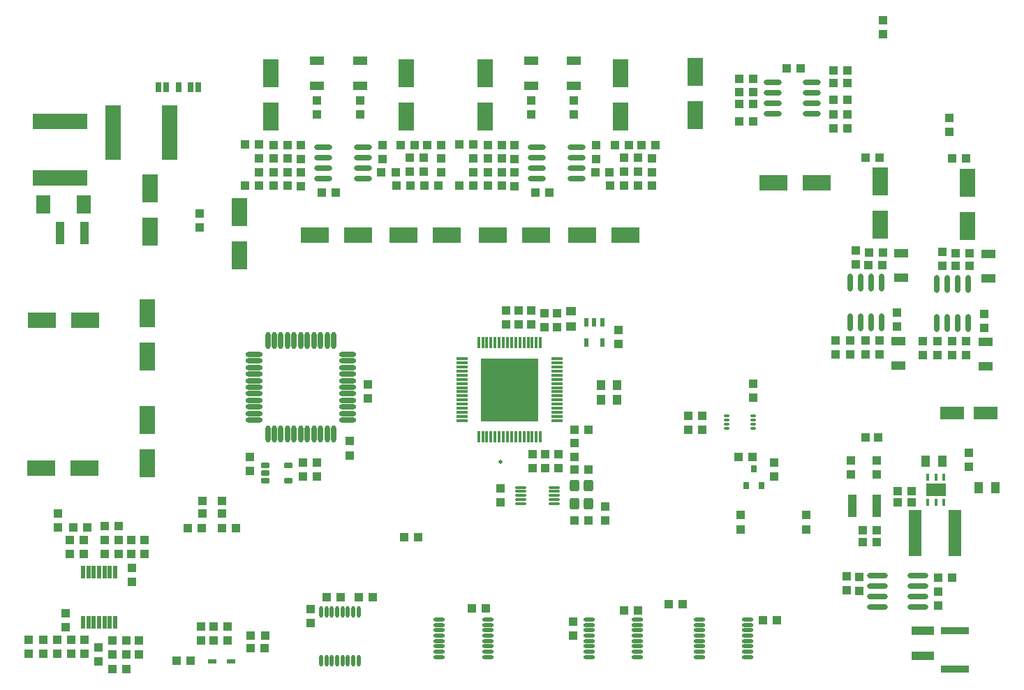
<source format=gtp>
G04*
G04 #@! TF.GenerationSoftware,Altium Limited,Altium Designer,19.0.15 (446)*
G04*
G04 Layer_Color=8421504*
%FSLAX44Y44*%
%MOMM*%
G71*
G01*
G75*
%ADD23R,1.0000X1.0500*%
%ADD24R,1.0500X1.0000*%
%ADD25R,1.2000X1.0000*%
%ADD26R,1.0000X1.2000*%
%ADD27R,1.0000X1.4000*%
%ADD28R,1.0000X1.1000*%
%ADD29R,1.1000X1.0000*%
%ADD30R,1.8000X2.3000*%
%ADD31R,1.8500X3.4000*%
%ADD32C,0.5000*%
%ADD33O,0.8000X0.3000*%
%ADD34R,0.8000X0.9000*%
%ADD35R,1.9500X6.6000*%
%ADD36R,0.7000X1.2000*%
%ADD37R,3.4000X1.8500*%
%ADD38O,2.2000X0.6000*%
%ADD39R,1.8000X1.1000*%
%ADD40O,0.6000X2.2000*%
%ADD41O,1.4000X0.3000*%
%ADD42R,3.0000X1.6000*%
%ADD43R,1.1000X2.8000*%
%ADD44R,2.4000X1.6500*%
%ADD45O,0.4000X0.9000*%
%ADD46O,0.4500X1.4000*%
%ADD47O,1.4000X0.4500*%
%ADD48O,2.5000X0.7000*%
%ADD49R,0.3000X1.4500*%
%ADD50R,1.4500X0.3000*%
%ADD51R,7.0000X7.6200*%
%ADD52R,1.5240X5.7000*%
G04:AMPARAMS|DCode=53|XSize=1.4mm|YSize=1.2mm|CornerRadius=0.3mm|HoleSize=0mm|Usage=FLASHONLY|Rotation=90.000|XOffset=0mm|YOffset=0mm|HoleType=Round|Shape=RoundedRectangle|*
%AMROUNDEDRECTD53*
21,1,1.4000,0.6000,0,0,90.0*
21,1,0.8000,1.2000,0,0,90.0*
1,1,0.6000,0.3000,0.4000*
1,1,0.6000,0.3000,-0.4000*
1,1,0.6000,-0.3000,-0.4000*
1,1,0.6000,-0.3000,0.4000*
%
%ADD53ROUNDEDRECTD53*%
%ADD54R,3.4300X0.8900*%
%ADD55R,1.0750X0.5000*%
%ADD56R,6.6000X1.9500*%
%ADD57R,0.6000X1.1000*%
G04:AMPARAMS|DCode=58|XSize=0.45mm|YSize=1.6mm|CornerRadius=0.0495mm|HoleSize=0mm|Usage=FLASHONLY|Rotation=180.000|XOffset=0mm|YOffset=0mm|HoleType=Round|Shape=RoundedRectangle|*
%AMROUNDEDRECTD58*
21,1,0.4500,1.5010,0,0,180.0*
21,1,0.3510,1.6000,0,0,180.0*
1,1,0.0990,-0.1755,0.7505*
1,1,0.0990,0.1755,0.7505*
1,1,0.0990,0.1755,-0.7505*
1,1,0.0990,-0.1755,-0.7505*
%
%ADD58ROUNDEDRECTD58*%
%ADD59O,2.0500X0.6000*%
%ADD60O,0.6000X2.0500*%
G04:AMPARAMS|DCode=61|XSize=0.6mm|YSize=1mm|CornerRadius=0.051mm|HoleSize=0mm|Usage=FLASHONLY|Rotation=90.000|XOffset=0mm|YOffset=0mm|HoleType=Round|Shape=RoundedRectangle|*
%AMROUNDEDRECTD61*
21,1,0.6000,0.8980,0,0,90.0*
21,1,0.4980,1.0000,0,0,90.0*
1,1,0.1020,0.4490,0.2490*
1,1,0.1020,0.4490,-0.2490*
1,1,0.1020,-0.4490,-0.2490*
1,1,0.1020,-0.4490,0.2490*
%
%ADD61ROUNDEDRECTD61*%
%ADD62R,2.8000X1.1000*%
D23*
X224250Y-630499D02*
D03*
Y-645499D02*
D03*
X247750Y-630499D02*
D03*
Y-645499D02*
D03*
D24*
X1043893Y-553683D02*
D03*
X1028893D02*
D03*
D25*
X671392Y-418998D02*
D03*
Y-399998D02*
D03*
D26*
X708049Y-507901D02*
D03*
X727049D02*
D03*
Y-490138D02*
D03*
X708049D02*
D03*
D27*
X1102000Y-582433D02*
D03*
X1122000D02*
D03*
X1166250Y-614183D02*
D03*
X1186250D02*
D03*
D28*
X1049269Y-343955D02*
D03*
X1032269D02*
D03*
X1137835Y-345225D02*
D03*
X1154835D02*
D03*
X1045459Y-435395D02*
D03*
X1028459D02*
D03*
X1134025Y-436665D02*
D03*
X1151025D02*
D03*
X115000Y-799684D02*
D03*
X132000D02*
D03*
X692750Y-654433D02*
D03*
X675750D02*
D03*
Y-592433D02*
D03*
X692750D02*
D03*
X735655Y-763032D02*
D03*
X752655D02*
D03*
X568570Y-760943D02*
D03*
X551570D02*
D03*
X105750Y-660534D02*
D03*
X122750D02*
D03*
X1042750Y-665683D02*
D03*
X1025750D02*
D03*
X1117111Y-723159D02*
D03*
X1134111D02*
D03*
X904630Y-775096D02*
D03*
X921630D02*
D03*
X441605Y-232057D02*
D03*
X458605D02*
D03*
X718135Y-232057D02*
D03*
X701135D02*
D03*
X645662Y-255893D02*
D03*
X628662D02*
D03*
X209750Y-824545D02*
D03*
X192750D02*
D03*
X282750Y-809182D02*
D03*
X299750D02*
D03*
X386133Y-255893D02*
D03*
X369132D02*
D03*
X675501Y-543951D02*
D03*
X692501D02*
D03*
X892407Y-118327D02*
D03*
X875407D02*
D03*
X989634Y-108110D02*
D03*
X1006634D02*
D03*
X1032660Y-328715D02*
D03*
X1049660D02*
D03*
X1155225Y-329985D02*
D03*
X1138225D02*
D03*
X1028459Y-213653D02*
D03*
X1045460D02*
D03*
X1151025Y-214923D02*
D03*
X1134025D02*
D03*
X1028459Y-452412D02*
D03*
X1045459D02*
D03*
X1151025Y-453682D02*
D03*
X1134025D02*
D03*
X84574Y-662741D02*
D03*
X67574D02*
D03*
X115000Y-816683D02*
D03*
X132000D02*
D03*
X115000Y-834433D02*
D03*
X132000D02*
D03*
X807330Y-755863D02*
D03*
X790330D02*
D03*
X431410Y-746974D02*
D03*
X414410D02*
D03*
X469020Y-674583D02*
D03*
X486020D02*
D03*
X375040Y-747500D02*
D03*
X392040D02*
D03*
X283250Y-793964D02*
D03*
X300250D02*
D03*
X1085000Y-632183D02*
D03*
X1068000D02*
D03*
X1025425Y-680683D02*
D03*
X1042425D02*
D03*
X1068000Y-618506D02*
D03*
X1085000D02*
D03*
X465145Y-198375D02*
D03*
X482145D02*
D03*
X741674Y-198375D02*
D03*
X724674D02*
D03*
X497402Y-198375D02*
D03*
X514403D02*
D03*
X773932Y-198375D02*
D03*
X756932D02*
D03*
X476190Y-214022D02*
D03*
X493190D02*
D03*
X752720Y-214022D02*
D03*
X735720D02*
D03*
X493500Y-247871D02*
D03*
X510500D02*
D03*
X770029Y-247871D02*
D03*
X753029D02*
D03*
X476190Y-230915D02*
D03*
X493190D02*
D03*
X752720Y-230915D02*
D03*
X735720D02*
D03*
X476680Y-247897D02*
D03*
X459680D02*
D03*
X719210Y-247897D02*
D03*
X736210D02*
D03*
X327966Y-198548D02*
D03*
X310966D02*
D03*
X570496Y-198548D02*
D03*
X587496D02*
D03*
X293393Y-197512D02*
D03*
X276394D02*
D03*
X535923Y-197512D02*
D03*
X552923D02*
D03*
X327966Y-215058D02*
D03*
X310966D02*
D03*
X570496Y-215058D02*
D03*
X587496D02*
D03*
X293393Y-247872D02*
D03*
X276394D02*
D03*
X535923Y-247872D02*
D03*
X552923D02*
D03*
X327966Y-231568D02*
D03*
X310966D02*
D03*
X327966Y-247896D02*
D03*
X310966D02*
D03*
X570496Y-247896D02*
D03*
X587496D02*
D03*
Y-231568D02*
D03*
X570496D02*
D03*
X891875Y-576810D02*
D03*
X874875D02*
D03*
X207000Y-663183D02*
D03*
X224000D02*
D03*
X248250Y-663433D02*
D03*
X265250D02*
D03*
X950437Y-105896D02*
D03*
X933437D02*
D03*
X875407Y-170143D02*
D03*
X892407D02*
D03*
X875407Y-148861D02*
D03*
X892407D02*
D03*
X875407Y-134043D02*
D03*
X892407D02*
D03*
X1006634Y-143473D02*
D03*
X989634D02*
D03*
X989634Y-123684D02*
D03*
X1006634D02*
D03*
D29*
X1067254Y-419003D02*
D03*
Y-402003D02*
D03*
X1172820Y-403273D02*
D03*
Y-420273D02*
D03*
X992324Y-452395D02*
D03*
Y-435395D02*
D03*
X1097890Y-436665D02*
D03*
Y-453665D02*
D03*
X63500Y-677816D02*
D03*
Y-694816D02*
D03*
X355600Y-778333D02*
D03*
Y-761333D02*
D03*
X31250Y-798933D02*
D03*
Y-815933D02*
D03*
X48500Y-798933D02*
D03*
Y-815933D02*
D03*
X154500Y-695066D02*
D03*
Y-678066D02*
D03*
X813596Y-544403D02*
D03*
Y-527403D02*
D03*
X1006250Y-739183D02*
D03*
Y-722183D02*
D03*
X1021225Y-722433D02*
D03*
Y-739433D02*
D03*
X513900Y-231412D02*
D03*
Y-214412D02*
D03*
X770030Y-215055D02*
D03*
Y-232055D02*
D03*
X442780Y-198374D02*
D03*
Y-215374D02*
D03*
X702310Y-215374D02*
D03*
Y-198374D02*
D03*
X343720Y-198374D02*
D03*
Y-215374D02*
D03*
X603250Y-215374D02*
D03*
Y-198374D02*
D03*
X293393Y-232058D02*
D03*
Y-215058D02*
D03*
X552923Y-215058D02*
D03*
Y-232057D02*
D03*
X343721Y-248394D02*
D03*
Y-231394D02*
D03*
X603251Y-231394D02*
D03*
Y-248394D02*
D03*
X222500Y-799433D02*
D03*
Y-782433D02*
D03*
X1153938Y-589183D02*
D03*
Y-572183D02*
D03*
X98500Y-808434D02*
D03*
Y-825434D02*
D03*
X956826Y-647740D02*
D03*
Y-664740D02*
D03*
X892749Y-488399D02*
D03*
Y-505399D02*
D03*
X424810Y-506086D02*
D03*
Y-489086D02*
D03*
X363133Y-583778D02*
D03*
Y-600779D02*
D03*
X729352Y-439633D02*
D03*
Y-422633D02*
D03*
X282000Y-594183D02*
D03*
Y-577183D02*
D03*
X346750Y-583779D02*
D03*
Y-600779D02*
D03*
X1117111Y-757183D02*
D03*
Y-740183D02*
D03*
X1016639Y-326565D02*
D03*
Y-343565D02*
D03*
X1122205Y-344835D02*
D03*
Y-327835D02*
D03*
X1010104Y-452395D02*
D03*
Y-435395D02*
D03*
X1115670Y-436665D02*
D03*
Y-453665D02*
D03*
X674370Y-793964D02*
D03*
Y-776964D02*
D03*
X58250Y-766933D02*
D03*
Y-783933D02*
D03*
X14000Y-815933D02*
D03*
Y-798933D02*
D03*
X49000Y-645683D02*
D03*
Y-662683D02*
D03*
X80500Y-677816D02*
D03*
Y-694816D02*
D03*
X65000Y-798933D02*
D03*
Y-815933D02*
D03*
X81250Y-815933D02*
D03*
Y-798933D02*
D03*
X139000Y-711433D02*
D03*
Y-728433D02*
D03*
X138500Y-694816D02*
D03*
Y-677816D02*
D03*
X147074Y-799683D02*
D03*
Y-816683D02*
D03*
X122750Y-677816D02*
D03*
Y-694816D02*
D03*
X105750Y-694816D02*
D03*
Y-677816D02*
D03*
X656250Y-590686D02*
D03*
Y-573686D02*
D03*
X640324Y-573683D02*
D03*
Y-590683D02*
D03*
X675750Y-576824D02*
D03*
Y-559823D02*
D03*
X624750Y-573683D02*
D03*
Y-590683D02*
D03*
X586000Y-614944D02*
D03*
Y-631944D02*
D03*
X830900Y-527403D02*
D03*
Y-544403D02*
D03*
X238250Y-782433D02*
D03*
Y-799433D02*
D03*
X415732Y-144562D02*
D03*
Y-161562D02*
D03*
X675262Y-161562D02*
D03*
Y-144563D02*
D03*
X363662Y-161562D02*
D03*
Y-144562D02*
D03*
X623192Y-144562D02*
D03*
Y-161562D02*
D03*
X918208Y-600778D02*
D03*
Y-583778D02*
D03*
X877583Y-647740D02*
D03*
Y-664740D02*
D03*
X1042425Y-581242D02*
D03*
Y-598242D02*
D03*
X654723Y-402592D02*
D03*
Y-419592D02*
D03*
X608000Y-415933D02*
D03*
Y-398933D02*
D03*
X403000Y-575000D02*
D03*
Y-558000D02*
D03*
X254750Y-799683D02*
D03*
Y-782683D02*
D03*
X1130191Y-182453D02*
D03*
Y-165453D02*
D03*
X1049573Y-47423D02*
D03*
Y-64423D02*
D03*
X990131Y-178643D02*
D03*
Y-161643D02*
D03*
X1006634Y-178643D02*
D03*
Y-161643D02*
D03*
X592425Y-415933D02*
D03*
Y-398933D02*
D03*
X639149Y-402592D02*
D03*
Y-419592D02*
D03*
X623574Y-415933D02*
D03*
Y-398933D02*
D03*
X220980Y-281425D02*
D03*
Y-298425D02*
D03*
X713400Y-637500D02*
D03*
Y-654500D02*
D03*
X1010604Y-598242D02*
D03*
Y-581243D02*
D03*
D30*
X31380Y-270723D02*
D03*
X80380D02*
D03*
D31*
X822303Y-109610D02*
D03*
Y-162111D02*
D03*
X1046934Y-242784D02*
D03*
Y-295283D02*
D03*
X1152500Y-296553D02*
D03*
Y-244054D02*
D03*
X161290Y-251141D02*
D03*
Y-303641D02*
D03*
X731260Y-163933D02*
D03*
Y-111433D02*
D03*
X567312Y-163933D02*
D03*
Y-111433D02*
D03*
X157589Y-584433D02*
D03*
Y-531933D02*
D03*
X157251Y-402518D02*
D03*
Y-455018D02*
D03*
X471730Y-163933D02*
D03*
Y-111433D02*
D03*
X307782Y-163933D02*
D03*
Y-111433D02*
D03*
X269472Y-280262D02*
D03*
Y-332762D02*
D03*
D32*
X586000Y-583433D02*
D03*
D33*
X892320Y-542463D02*
D03*
Y-537463D02*
D03*
Y-532463D02*
D03*
Y-527463D02*
D03*
X860320Y-542463D02*
D03*
Y-537463D02*
D03*
Y-532463D02*
D03*
Y-527463D02*
D03*
D34*
X883906Y-611433D02*
D03*
X902906D02*
D03*
X893406Y-591434D02*
D03*
D35*
X116050Y-183093D02*
D03*
X184550D02*
D03*
D36*
X219790Y-128433D02*
D03*
X209790D02*
D03*
X195290D02*
D03*
X180790D02*
D03*
X170790D02*
D03*
D37*
X521086Y-308002D02*
D03*
X468586D02*
D03*
X360404Y-308003D02*
D03*
X412904D02*
D03*
X28750Y-590683D02*
D03*
X81250D02*
D03*
X684950Y-308002D02*
D03*
X737450D02*
D03*
X629268Y-308003D02*
D03*
X576768D02*
D03*
X82250Y-410933D02*
D03*
X29750D02*
D03*
X916861Y-244419D02*
D03*
X969361D02*
D03*
D38*
X418800Y-239422D02*
D03*
Y-226722D02*
D03*
Y-214022D02*
D03*
Y-201322D02*
D03*
X370800Y-239422D02*
D03*
Y-226722D02*
D03*
Y-214022D02*
D03*
Y-201322D02*
D03*
X630329D02*
D03*
Y-214022D02*
D03*
Y-226722D02*
D03*
Y-239422D02*
D03*
X678330Y-201322D02*
D03*
Y-214022D02*
D03*
Y-226722D02*
D03*
Y-239422D02*
D03*
X963861Y-160910D02*
D03*
Y-148210D02*
D03*
Y-135510D02*
D03*
Y-122810D02*
D03*
X915861Y-160910D02*
D03*
Y-148210D02*
D03*
Y-135510D02*
D03*
Y-122810D02*
D03*
D39*
X1072032Y-329463D02*
D03*
Y-359464D02*
D03*
X1068524Y-466143D02*
D03*
Y-436143D02*
D03*
X1177598Y-360733D02*
D03*
Y-330733D02*
D03*
X1174090Y-437413D02*
D03*
Y-467413D02*
D03*
X415732Y-96433D02*
D03*
Y-126433D02*
D03*
X675262Y-96433D02*
D03*
Y-126433D02*
D03*
X363662Y-96433D02*
D03*
Y-126433D02*
D03*
X623192Y-96433D02*
D03*
Y-126433D02*
D03*
D40*
X1009799Y-413675D02*
D03*
X1022499D02*
D03*
X1035199D02*
D03*
X1047899D02*
D03*
X1009799Y-365675D02*
D03*
X1022499D02*
D03*
X1035199D02*
D03*
X1047899D02*
D03*
X1153465Y-366945D02*
D03*
X1140765D02*
D03*
X1128065D02*
D03*
X1115365D02*
D03*
X1153465Y-414945D02*
D03*
X1140765D02*
D03*
X1128065D02*
D03*
X1115365D02*
D03*
D41*
X651250Y-633933D02*
D03*
Y-628933D02*
D03*
Y-623933D02*
D03*
Y-618933D02*
D03*
Y-613933D02*
D03*
X610750Y-633933D02*
D03*
Y-628933D02*
D03*
Y-623933D02*
D03*
Y-618933D02*
D03*
Y-613933D02*
D03*
D42*
X1133750Y-523683D02*
D03*
X1174750D02*
D03*
D43*
X1012500Y-636698D02*
D03*
X1042500D02*
D03*
X51786Y-305013D02*
D03*
X81786D02*
D03*
D44*
X1114000Y-617183D02*
D03*
D45*
X1104500Y-601933D02*
D03*
X1114000D02*
D03*
X1123500D02*
D03*
Y-632433D02*
D03*
X1114000D02*
D03*
X1104500D02*
D03*
D46*
X368383Y-824170D02*
D03*
X374883D02*
D03*
X381383D02*
D03*
X387884D02*
D03*
X394383D02*
D03*
X400883D02*
D03*
X407383D02*
D03*
X413884D02*
D03*
X368383Y-765170D02*
D03*
X374883D02*
D03*
X381383D02*
D03*
X387884D02*
D03*
X394383D02*
D03*
X400883D02*
D03*
X407383D02*
D03*
X413884D02*
D03*
D47*
X511520Y-774295D02*
D03*
Y-780795D02*
D03*
Y-787295D02*
D03*
Y-793795D02*
D03*
Y-800295D02*
D03*
Y-806795D02*
D03*
Y-813295D02*
D03*
Y-819795D02*
D03*
X570520Y-774295D02*
D03*
Y-780795D02*
D03*
Y-787295D02*
D03*
Y-793795D02*
D03*
Y-800295D02*
D03*
Y-806795D02*
D03*
Y-813295D02*
D03*
Y-819795D02*
D03*
X693130Y-774295D02*
D03*
Y-787295D02*
D03*
Y-813295D02*
D03*
Y-806795D02*
D03*
Y-800295D02*
D03*
Y-793795D02*
D03*
Y-780795D02*
D03*
Y-819795D02*
D03*
X752130Y-774295D02*
D03*
Y-780795D02*
D03*
Y-787295D02*
D03*
Y-793795D02*
D03*
Y-800295D02*
D03*
Y-806795D02*
D03*
Y-813295D02*
D03*
Y-819795D02*
D03*
X886071D02*
D03*
Y-813295D02*
D03*
Y-806795D02*
D03*
Y-800295D02*
D03*
Y-793795D02*
D03*
Y-787295D02*
D03*
Y-780795D02*
D03*
Y-774295D02*
D03*
X827071Y-819795D02*
D03*
Y-813295D02*
D03*
Y-806795D02*
D03*
Y-800295D02*
D03*
Y-793795D02*
D03*
Y-787295D02*
D03*
Y-780795D02*
D03*
Y-774295D02*
D03*
D48*
X1092500Y-759233D02*
D03*
Y-746533D02*
D03*
Y-733833D02*
D03*
Y-721133D02*
D03*
X1043500Y-759233D02*
D03*
Y-746533D02*
D03*
Y-733833D02*
D03*
Y-721133D02*
D03*
D49*
X634441Y-438151D02*
D03*
X629441D02*
D03*
X624441D02*
D03*
X619441D02*
D03*
X614441D02*
D03*
X609441D02*
D03*
X604441D02*
D03*
X599441D02*
D03*
X594441D02*
D03*
X589441D02*
D03*
X584441D02*
D03*
X579441D02*
D03*
X574441D02*
D03*
X569442D02*
D03*
X564441D02*
D03*
X559442D02*
D03*
Y-552650D02*
D03*
X564441D02*
D03*
X569442D02*
D03*
X574441D02*
D03*
X579441D02*
D03*
X584441D02*
D03*
X589441D02*
D03*
X594441D02*
D03*
X599441D02*
D03*
X604441D02*
D03*
X609441D02*
D03*
X614441D02*
D03*
X619441D02*
D03*
X624441D02*
D03*
X629441D02*
D03*
X634441D02*
D03*
D50*
X539692Y-457901D02*
D03*
Y-462901D02*
D03*
Y-467901D02*
D03*
Y-472901D02*
D03*
Y-477901D02*
D03*
Y-482900D02*
D03*
Y-487901D02*
D03*
Y-492900D02*
D03*
Y-497901D02*
D03*
Y-502900D02*
D03*
Y-507901D02*
D03*
Y-512900D02*
D03*
Y-517901D02*
D03*
Y-522900D02*
D03*
Y-527901D02*
D03*
Y-532900D02*
D03*
X654191D02*
D03*
Y-527901D02*
D03*
Y-522900D02*
D03*
Y-517901D02*
D03*
Y-512900D02*
D03*
Y-507901D02*
D03*
Y-502900D02*
D03*
Y-497901D02*
D03*
Y-492900D02*
D03*
Y-487901D02*
D03*
Y-482900D02*
D03*
Y-477901D02*
D03*
Y-472901D02*
D03*
Y-467901D02*
D03*
Y-462901D02*
D03*
Y-457901D02*
D03*
D51*
X596942Y-495401D02*
D03*
D52*
X1089120Y-669683D02*
D03*
X1137380D02*
D03*
D53*
X675750Y-633492D02*
D03*
Y-611492D02*
D03*
X692750D02*
D03*
Y-633492D02*
D03*
D54*
X1137125Y-834380D02*
D03*
Y-787880D02*
D03*
D55*
X236130Y-825433D02*
D03*
X259370D02*
D03*
D56*
X51500Y-238183D02*
D03*
Y-169683D02*
D03*
D57*
X709294Y-413933D02*
D03*
X699794D02*
D03*
X690294D02*
D03*
Y-437933D02*
D03*
X709294D02*
D03*
D58*
X118617Y-716624D02*
D03*
X112117D02*
D03*
X105617D02*
D03*
X99117D02*
D03*
X92617D02*
D03*
X86117D02*
D03*
X79617D02*
D03*
X118617Y-777625D02*
D03*
X112117D02*
D03*
X105617D02*
D03*
X99117D02*
D03*
X92617D02*
D03*
X86117D02*
D03*
X79617D02*
D03*
D59*
X286691Y-452433D02*
D03*
Y-460433D02*
D03*
Y-468433D02*
D03*
Y-476433D02*
D03*
Y-484433D02*
D03*
Y-492433D02*
D03*
Y-500433D02*
D03*
Y-508433D02*
D03*
Y-516433D02*
D03*
Y-524433D02*
D03*
Y-532433D02*
D03*
X400692D02*
D03*
Y-524433D02*
D03*
Y-516433D02*
D03*
Y-508433D02*
D03*
Y-500433D02*
D03*
Y-492433D02*
D03*
Y-484433D02*
D03*
Y-476433D02*
D03*
Y-468433D02*
D03*
Y-460433D02*
D03*
Y-452433D02*
D03*
D60*
X303692Y-549433D02*
D03*
X311691D02*
D03*
X319692D02*
D03*
X327691D02*
D03*
X335691D02*
D03*
X343691D02*
D03*
X351691D02*
D03*
X359691D02*
D03*
X367691D02*
D03*
X375691D02*
D03*
X383691D02*
D03*
Y-435433D02*
D03*
X375691D02*
D03*
X367691D02*
D03*
X359691D02*
D03*
X351691D02*
D03*
X343691D02*
D03*
X335691D02*
D03*
X327691D02*
D03*
X319692D02*
D03*
X311691D02*
D03*
X303692D02*
D03*
D61*
X328250Y-587183D02*
D03*
Y-606183D02*
D03*
X300750D02*
D03*
Y-596683D02*
D03*
Y-587183D02*
D03*
D62*
X1098500Y-788308D02*
D03*
Y-818308D02*
D03*
M02*

</source>
